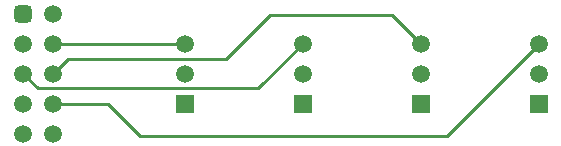
<source format=gbr>
G04*
G04 #@! TF.GenerationSoftware,Altium Limited,Altium Designer,22.4.2 (48)*
G04*
G04 Layer_Physical_Order=1*
G04 Layer_Color=255*
%FSLAX44Y44*%
%MOMM*%
G71*
G04*
G04 #@! TF.SameCoordinates,B20A0790-DF17-45FB-B65C-B6E2A976101D*
G04*
G04*
G04 #@! TF.FilePolarity,Positive*
G04*
G01*
G75*
%ADD12C,0.2540*%
%ADD17C,1.5000*%
G04:AMPARAMS|DCode=18|XSize=1.5mm|YSize=1.5mm|CornerRadius=0.375mm|HoleSize=0mm|Usage=FLASHONLY|Rotation=270.000|XOffset=0mm|YOffset=0mm|HoleType=Round|Shape=RoundedRectangle|*
%AMROUNDEDRECTD18*
21,1,1.5000,0.7500,0,0,270.0*
21,1,0.7500,1.5000,0,0,270.0*
1,1,0.7500,-0.3750,-0.3750*
1,1,0.7500,-0.3750,0.3750*
1,1,0.7500,0.3750,0.3750*
1,1,0.7500,0.3750,-0.3750*
%
%ADD18ROUNDEDRECTD18*%
%ADD19R,1.5000X1.5000*%
D12*
X28600Y70000D02*
X215100D01*
X16100Y82500D02*
X28600Y70000D01*
X87900Y57100D02*
X115000Y30000D01*
X41500Y57100D02*
X87900D01*
X54000Y95000D02*
X187500D01*
X41500Y82500D02*
X54000Y95000D01*
X41500Y107900D02*
X153000D01*
X115000Y30000D02*
X375100D01*
X453000Y107900D01*
X328400Y132500D02*
X353000Y107900D01*
X225000Y132500D02*
X328400D01*
X215100Y70000D02*
X253000Y107900D01*
X187500Y95000D02*
X225000Y132500D01*
D17*
X41500Y107900D02*
D03*
X16100D02*
D03*
X41500Y133300D02*
D03*
X16100Y82500D02*
D03*
X41500D02*
D03*
X16100Y57100D02*
D03*
Y31700D02*
D03*
X41500Y57100D02*
D03*
Y31700D02*
D03*
X153000Y82500D02*
D03*
Y107900D02*
D03*
X253000Y82500D02*
D03*
Y107900D02*
D03*
X453000Y82500D02*
D03*
Y107900D02*
D03*
X353000Y82500D02*
D03*
Y107900D02*
D03*
D18*
X16100Y133300D02*
D03*
D19*
X153000Y57100D02*
D03*
X253000D02*
D03*
X453000D02*
D03*
X353000D02*
D03*
M02*

</source>
